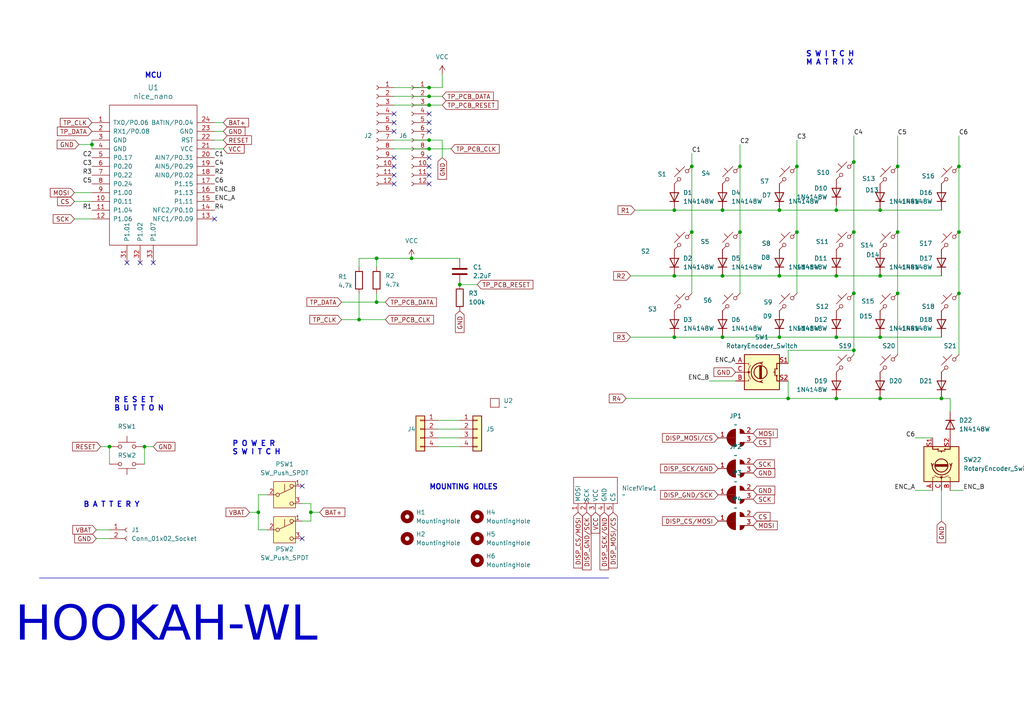
<source format=kicad_sch>
(kicad_sch (version 20231120) (generator "eeschema") (generator_version "8.0")
  (paper "A4")
  (title_block (title "Hookah Wireless Split") (date "2022-11-09") (rev "1"))
  (lib_symbols
    (symbol "Connector:Conn_01x02_Socket" (pin_names (offset 1.016) hide)
      (property "Reference" "J" (at 0 2.54 0))
      (property "Value" "Conn_01x02_Socket" (at 0 -5.08 0))
      (symbol "Conn_01x02_Socket_1_1"
        (pin passive line (at -5.08 0 0) (length 3.81) (name "Pin_1") (number "1"))
        (pin passive line (at -5.08 -2.54 0) (length 3.81) (name "Pin_2") (number "2"))
      )
    )
    (symbol "Connector:Conn_01x12_Socket" (pin_names (offset 1.016) hide)
      (property "Reference" "J" (at 0 15.24 0))
      (property "Value" "Conn_01x12_Socket" (at 0 -17.78 0))
      (symbol "Conn_01x12_Socket_1_1"
        (pin passive line (at -5.08 12.7 0) (length 3.81) (name "Pin_1") (number "1"))
        (pin passive line (at -5.08 -10.16 0) (length 3.81) (name "Pin_10") (number "10"))
        (pin passive line (at -5.08 -12.7 0) (length 3.81) (name "Pin_11") (number "11"))
        (pin passive line (at -5.08 -15.24 0) (length 3.81) (name "Pin_12") (number "12"))
        (pin passive line (at -5.08 10.16 0) (length 3.81) (name "Pin_2") (number "2"))
        (pin passive line (at -5.08 7.62 0) (length 3.81) (name "Pin_3") (number "3"))
        (pin passive line (at -5.08 5.08 0) (length 3.81) (name "Pin_4") (number "4"))
        (pin passive line (at -5.08 2.54 0) (length 3.81) (name "Pin_5") (number "5"))
        (pin passive line (at -5.08 0 0) (length 3.81) (name "Pin_6") (number "6"))
        (pin passive line (at -5.08 -2.54 0) (length 3.81) (name "Pin_7") (number "7"))
        (pin passive line (at -5.08 -5.08 0) (length 3.81) (name "Pin_8") (number "8"))
        (pin passive line (at -5.08 -7.62 0) (length 3.81) (name "Pin_9") (number "9"))
      )
    )
    (symbol "Connector_Generic:Conn_01x04" (pin_names (offset 1.016) hide)
      (property "Reference" "J" (at 0 5.08 0))
      (property "Value" "Conn_01x04" (at 0 -7.62 0))
      (symbol "Conn_01x04_1_1"
        (pin passive line (at -5.08 2.54 0) (length 3.81) (name "Pin_1") (number "1"))
        (pin passive line (at -5.08 0 0) (length 3.81) (name "Pin_2") (number "2"))
        (pin passive line (at -5.08 -2.54 0) (length 3.81) (name "Pin_3") (number "3"))
        (pin passive line (at -5.08 -5.08 0) (length 3.81) (name "Pin_4") (number "4"))
      )
    )
    (symbol "Device:C" (pin_numbers hide) (pin_names (offset 0.254))
      (property "Reference" "C" (at 0.635 2.54 0))
      (property "Value" "C" (at 0.635 -2.54 0))
      (symbol "C_1_1"
        (pin passive line (at 0 3.81 270) (length 2.794) (name "~") (number "1"))
        (pin passive line (at 0 -3.81 90) (length 2.794) (name "~") (number "2"))
      )
    )
    (symbol "Device:R" (pin_numbers hide) (pin_names (offset 0))
      (property "Reference" "R" (at 2.032 0 90))
      (property "Value" "R" (at 0 0 90))
      (symbol "R_1_1"
        (pin passive line (at 0 3.81 270) (length 1.27) (name "~") (number "1"))
        (pin passive line (at 0 -3.81 90) (length 1.27) (name "~") (number "2"))
      )
    )
    (symbol "Device:RotaryEncoder_Switch" (pin_names (offset 0.254) hide)
      (property "Reference" "SW" (at 0 6.604 0))
      (property "Value" "RotaryEncoder_Switch" (at 0 -6.604 0))
      (symbol "RotaryEncoder_Switch_1_1"
        (pin passive line (at -7.62 2.54 0) (length 2.54) (name "A") (number "A"))
        (pin passive line (at -7.62 -2.54 0) (length 2.54) (name "B") (number "B"))
        (pin passive line (at -7.62 0 0) (length 2.54) (name "C") (number "C"))
        (pin passive line (at 7.62 2.54 180) (length 2.54) (name "S1") (number "S1"))
        (pin passive line (at 7.62 -2.54 180) (length 2.54) (name "S2") (number "S2"))
      )
    )
    (symbol "Diode:1N4148W" (pin_numbers hide) (pin_names hide)
      (property "Reference" "D" (at 0 2.54 0))
      (property "Value" "1N4148W" (at 0 -2.54 0))
      (symbol "1N4148W_1_1"
        (pin passive line (at -3.81 0 0) (length 2.54) (name "K") (number "1"))
        (pin passive line (at 3.81 0 180) (length 2.54) (name "A") (number "2"))
      )
    )
    (symbol "Mechanical:MountingHole" (pin_names (offset 1.016)) (exclude_from_sim yes) (in_bom no)
      (property "Reference" "H" (at 0 5.08 0))
      (property "Value" "MountingHole" (at 0 3.175 0))
    )
    (symbol "Switch:SW_Push" (pin_numbers hide) (pin_names (offset 1.016) hide)
      (property "Reference" "SW" (at 1.27 2.54 0))
      (property "Value" "SW_Push" (at 0 -1.524 0))
      (symbol "SW_Push_0_1"
        (pin passive line (at -5.08 0 0) (length 2.54) (name "1") (number "1"))
        (pin passive line (at 5.08 0 180) (length 2.54) (name "2") (number "2"))
      )
    )
    (symbol "Switch:SW_Push_45deg" (pin_numbers hide) (pin_names (offset 1.016) hide)
      (property "Reference" "SW" (at 3.048 1.016 0))
      (property "Value" "SW_Push_45deg" (at 0 -3.81 0))
      (symbol "SW_Push_45deg_0_1"
        (pin passive line (at -2.54 2.54 0) (length 0) (name "1") (number "1"))
        (pin passive line (at 2.54 -2.54 180) (length 0) (name "2") (number "2"))
      )
    )
    (symbol "Switch:SW_Push_SPDT" (pin_names (offset 0) hide)
      (property "Reference" "SW" (at 0 5.08 0))
      (property "Value" "SW_Push_SPDT" (at 0 -5.08 0))
      (symbol "SW_Push_SPDT_1_1"
        (pin passive line (at 5.08 2.54 180) (length 2.54) (name "A") (number "1"))
        (pin passive line (at -5.08 0 0) (length 2.54) (name "B") (number "2"))
        (pin passive line (at 5.08 -2.54 180) (length 2.54) (name "C") (number "3"))
      )
    )
    (symbol "hookah-wl:Nice!View"
      (property "Reference" "Nice!View" (at 0 2.794 0))
      (symbol "Nice!View_1_1"
        (pin passive line (at -5.08 -6.35 90) (length 2.54) (name "MOSI") (number "1"))
        (pin passive clock (at -2.54 -6.35 90) (length 2.54) (name "SCK") (number "2"))
        (pin power_in line (at 0 -6.35 90) (length 2.54) (name "VCC") (number "3"))
        (pin passive line (at 2.54 -6.35 90) (length 2.54) (name "GND") (number "4"))
        (pin passive line (at 5.08 -6.35 90) (length 2.54) (name "CS") (number "5"))
      )
    )
    (symbol "hookah-wl:Reversible_Jumper"
      (property "Reference" "JP" (at 0 0 0))
      (symbol "Reversible_Jumper_1_1"
        (pin passive line (at -5.08 0 0) (length 2.54) (name "") (number "1"))
        (pin passive line (at 5.08 1.27 180) (length 2.54) (name "") (number "2"))
        (pin passive line (at 5.08 -1.27 180) (length 2.54) (name "") (number "3"))
      )
    )
    (symbol "hookah-wl:TP-Mount"
      (property "Reference" "U" (at 0 0 0))
    )
    (symbol "nice-nano:nice_nano" (pin_names (offset 1.016))
      (property "Reference" "U" (at 0 0 0))
      (property "Value" "nice_nano" (at 0 2.54 0))
      (symbol "nice_nano_1_1"
        (pin input line (at -17.78 13.97 0) (length 5.08) (name "TX0/P0.06") (number "1"))
        (pin input line (at -17.78 -8.89 0) (length 5.08) (name "P0.11") (number "10"))
        (pin input line (at -17.78 -11.43 0) (length 5.08) (name "P1.04") (number "11"))
        (pin input line (at -17.78 -13.97 0) (length 5.08) (name "P1.06") (number "12"))
        (pin input line (at 17.78 -13.97 180) (length 5.08) (name "NFC1/P0.09") (number "13"))
        (pin input line (at 17.78 -11.43 180) (length 5.08) (name "NFC2/P0.10") (number "14"))
        (pin input line (at 17.78 -8.89 180) (length 5.08) (name "P1.11") (number "15"))
        (pin input line (at 17.78 -6.35 180) (length 5.08) (name "P1.13") (number "16"))
        (pin input line (at 17.78 -3.81 180) (length 5.08) (name "P1.15") (number "17"))
        (pin input line (at 17.78 -1.27 180) (length 5.08) (name "AIN0/P0.02") (number "18"))
        (pin input line (at 17.78 1.27 180) (length 5.08) (name "AIN5/P0.29") (number "19"))
        (pin input line (at -17.78 11.43 0) (length 5.08) (name "RX1/P0.08") (number "2"))
        (pin input line (at 17.78 3.81 180) (length 5.08) (name "AIN7/P0.31") (number "20"))
        (pin input line (at 17.78 6.35 180) (length 5.08) (name "VCC") (number "21"))
        (pin input line (at 17.78 8.89 180) (length 5.08) (name "RST") (number "22"))
        (pin input line (at 17.78 11.43 180) (length 5.08) (name "GND") (number "23"))
        (pin input line (at 17.78 13.97 180) (length 5.08) (name "BATIN/P0.04") (number "24"))
        (pin input line (at -17.78 8.89 0) (length 5.08) (name "GND") (number "3"))
        (pin input line (at -7.62 -26.67 90) (length 5.08) (name "P1.01") (number "31"))
        (pin input line (at -3.81 -26.67 90) (length 5.08) (name "P1.02") (number "32"))
        (pin input line (at 0 -26.67 90) (length 5.08) (name "P1.07") (number "33"))
        (pin input line (at -17.78 6.35 0) (length 5.08) (name "GND") (number "4"))
        (pin input line (at -17.78 3.81 0) (length 5.08) (name "P0.17") (number "5"))
        (pin input line (at -17.78 1.27 0) (length 5.08) (name "P0.20") (number "6"))
        (pin input line (at -17.78 -1.27 0) (length 5.08) (name "P0.22") (number "7"))
        (pin input line (at -17.78 -3.81 0) (length 5.08) (name "P0.24") (number "8"))
        (pin input line (at -17.78 -6.35 0) (length 5.08) (name "P1.00") (number "9"))
      )
    )
    (symbol "power:VCC" (power) (pin_names (offset 0))
      (property "Value" "VCC" (at 0 3.81 0))
      (symbol "VCC_1_1"
        (pin power_in line (at 0 0 90) (length 0) hide (name "VCC") (number "1"))
      )
    )
  )
  (junction (at 133.35 82.55))
  (junction (at 273.05 115.57))
  (junction (at 255.27 115.57))
  (junction (at 124.46 30.48))
  (junction (at 278.13 48.26))
  (junction (at 242.57 60.96))
  (junction (at 195.58 97.79))
  (junction (at 195.58 80.01))
  (junction (at 226.06 97.79))
  (junction (at 260.35 67.31))
  (junction (at 226.06 60.96))
  (junction (at 255.27 80.01))
  (junction (at 31.75 129.54))
  (junction (at 242.57 97.79))
  (junction (at 74.93 148.59))
  (junction (at 209.55 60.96))
  (junction (at 109.22 74.93))
  (junction (at 26.67 41.91))
  (junction (at 109.22 87.63))
  (junction (at 242.57 80.01))
  (junction (at 124.46 25.4))
  (junction (at 195.58 60.96))
  (junction (at 247.65 101.6))
  (junction (at 90.17 148.59))
  (junction (at 242.57 115.57))
  (junction (at 124.46 27.94))
  (junction (at 119.38 74.93))
  (junction (at 214.63 48.26))
  (junction (at 278.13 85.09))
  (junction (at 260.35 85.09))
  (junction (at 247.65 46.99))
  (junction (at 247.65 67.31))
  (junction (at 228.6 115.57))
  (junction (at 226.06 80.01))
  (junction (at 247.65 85.09))
  (junction (at 200.66 67.31))
  (junction (at 124.46 43.18))
  (junction (at 231.14 67.31))
  (junction (at 200.66 48.26))
  (junction (at 255.27 97.79))
  (junction (at 278.13 67.31))
  (junction (at 231.14 48.26))
  (junction (at 104.14 92.71))
  (junction (at 209.55 80.01))
  (junction (at 41.91 129.54))
  (junction (at 214.63 67.31))
  (junction (at 124.46 40.64))
  (junction (at 260.35 48.26))
  (junction (at 255.27 60.96))
  (junction (at 209.55 97.79))
  (no_connect (at 124.46 48.26))
  (no_connect (at 36.83 76.2))
  (no_connect (at 87.63 156.21))
  (no_connect (at 114.3 35.56))
  (no_connect (at 114.3 33.02))
  (no_connect (at 62.23 63.5))
  (no_connect (at 114.3 38.1))
  (no_connect (at 114.3 53.34))
  (no_connect (at 124.46 33.02))
  (no_connect (at 124.46 45.72))
  (no_connect (at 87.63 140.97))
  (no_connect (at 44.45 76.2))
  (no_connect (at 114.3 45.72))
  (no_connect (at 124.46 38.1))
  (no_connect (at 40.64 76.2))
  (no_connect (at 114.3 50.8))
  (no_connect (at 124.46 53.34))
  (no_connect (at 124.46 50.8))
  (no_connect (at 114.3 48.26))
  (no_connect (at 124.46 35.56))
  (wire (pts (xy 114.3 25.4) (xy 124.46 25.4)))
  (wire (pts (xy 62.23 38.1) (xy 64.77 38.1)))
  (wire (pts (xy 228.6 101.6) (xy 247.65 101.6)))
  (wire (pts (xy 278.13 67.31) (xy 278.13 85.09)))
  (wire (pts (xy 90.17 148.59) (xy 90.17 151.13)))
  (wire (pts (xy 90.17 146.05) (xy 90.17 148.59)))
  (wire (pts (xy 278.13 39.37) (xy 278.13 48.26)))
  (wire (pts (xy 226.06 60.96) (xy 242.57 60.96)))
  (wire (pts (xy 255.27 80.01) (xy 273.05 80.01)))
  (wire (pts (xy 255.27 115.57) (xy 273.05 115.57)))
  (wire (pts (xy 109.22 87.63) (xy 111.76 87.63)))
  (wire (pts (xy 200.66 44.45) (xy 200.66 48.26)))
  (wire (pts (xy 200.66 67.31) (xy 200.66 85.09)))
  (wire (pts (xy 228.6 105.41) (xy 228.6 101.6)))
  (wire (pts (xy 29.21 129.54) (xy 31.75 129.54)))
  (wire (pts (xy 128.27 21.59) (xy 128.27 25.4)))
  (wire (pts (xy 27.94 153.67) (xy 31.75 153.67)))
  (wire (pts (xy 182.88 80.01) (xy 195.58 80.01)))
  (wire (pts (xy 247.65 39.37) (xy 247.65 46.99)))
  (wire (pts (xy 247.65 101.6) (xy 247.65 102.87)))
  (wire (pts (xy 27.94 156.21) (xy 31.75 156.21)))
  (wire (pts (xy 127 129.54) (xy 133.35 129.54)))
  (wire (pts (xy 265.43 142.24) (xy 270.51 142.24)))
  (wire (pts (xy 275.59 142.24) (xy 279.4 142.24)))
  (wire (pts (xy 21.59 55.88) (xy 26.67 55.88)))
  (wire (pts (xy 231.14 67.31) (xy 231.14 85.09)))
  (wire (pts (xy 128.27 40.64) (xy 124.46 40.64)))
  (wire (pts (xy 109.22 85.09) (xy 109.22 87.63)))
  (wire (pts (xy 195.58 97.79) (xy 209.55 97.79)))
  (wire (pts (xy 62.23 40.64) (xy 64.77 40.64)))
  (wire (pts (xy 242.57 80.01) (xy 255.27 80.01)))
  (wire (pts (xy 205.74 110.49) (xy 213.36 110.49)))
  (wire (pts (xy 209.55 97.79) (xy 226.06 97.79)))
  (wire (pts (xy 273.05 142.24) (xy 273.05 151.13)))
  (wire (pts (xy 228.6 115.57) (xy 242.57 115.57)))
  (wire (pts (xy 104.14 85.09) (xy 104.14 92.71)))
  (wire (pts (xy 242.57 97.79) (xy 255.27 97.79)))
  (wire (pts (xy 62.23 43.18) (xy 64.77 43.18)))
  (wire (pts (xy 278.13 85.09) (xy 278.13 102.87)))
  (wire (pts (xy 114.3 27.94) (xy 124.46 27.94)))
  (wire (pts (xy 124.46 43.18) (xy 130.81 43.18)))
  (wire (pts (xy 184.15 60.96) (xy 195.58 60.96)))
  (wire (pts (xy 182.88 97.79) (xy 195.58 97.79)))
  (wire (pts (xy 247.65 85.09) (xy 247.65 101.6)))
  (wire (pts (xy 247.65 67.31) (xy 247.65 85.09)))
  (wire (pts (xy 87.63 146.05) (xy 90.17 146.05)))
  (wire (pts (xy 278.13 48.26) (xy 278.13 67.31)))
  (wire (pts (xy 242.57 60.96) (xy 255.27 60.96)))
  (wire (pts (xy 41.91 129.54) (xy 44.45 129.54)))
  (wire (pts (xy 99.06 92.71) (xy 104.14 92.71)))
  (wire (pts (xy 242.57 59.69) (xy 242.57 60.96)))
  (wire (pts (xy 26.67 41.91) (xy 26.67 43.18)))
  (wire (pts (xy 74.93 148.59) (xy 74.93 143.51)))
  (wire (pts (xy 21.59 58.42) (xy 26.67 58.42)))
  (wire (pts (xy 90.17 148.59) (xy 92.71 148.59)))
  (wire (pts (xy 209.55 80.01) (xy 226.06 80.01)))
  (wire (pts (xy 74.93 143.51) (xy 77.47 143.51)))
  (wire (pts (xy 124.46 30.48) (xy 128.27 30.48)))
  (wire (pts (xy 195.58 60.96) (xy 209.55 60.96)))
  (wire (pts (xy 275.59 115.57) (xy 273.05 115.57)))
  (wire (pts (xy 214.63 41.91) (xy 214.63 48.26)))
  (wire (pts (xy 226.06 80.01) (xy 242.57 80.01)))
  (wire (pts (xy 87.63 151.13) (xy 90.17 151.13)))
  (wire (pts (xy 127 127) (xy 133.35 127)))
  (wire (pts (xy 260.35 48.26) (xy 260.35 67.31)))
  (wire (pts (xy 74.93 153.67) (xy 74.93 148.59)))
  (wire (pts (xy 114.3 40.64) (xy 124.46 40.64)))
  (wire (pts (xy 21.59 63.5) (xy 26.67 63.5)))
  (wire (pts (xy 104.14 77.47) (xy 104.14 74.93)))
  (wire (pts (xy 181.61 115.57) (xy 228.6 115.57)))
  (wire (pts (xy 209.55 60.96) (xy 226.06 60.96)))
  (wire (pts (xy 128.27 45.72) (xy 128.27 40.64)))
  (wire (pts (xy 109.22 77.47) (xy 109.22 74.93)))
  (wire (pts (xy 228.6 110.49) (xy 228.6 115.57)))
  (wire (pts (xy 214.63 67.31) (xy 214.63 85.09)))
  (wire (pts (xy 133.35 82.55) (xy 138.43 82.55)))
  (wire (pts (xy 77.47 153.67) (xy 74.93 153.67)))
  (polyline (pts (xy 11.43 167.64) (xy 176.53 167.64)) (stroke (width 0) (type solid)))
  (wire (pts (xy 255.27 60.96) (xy 273.05 60.96)))
  (wire (pts (xy 72.39 148.59) (xy 74.93 148.59)))
  (wire (pts (xy 247.65 46.99) (xy 247.65 67.31)))
  (wire (pts (xy 104.14 74.93) (xy 109.22 74.93)))
  (wire (pts (xy 242.57 115.57) (xy 255.27 115.57)))
  (wire (pts (xy 275.59 119.38) (xy 275.59 115.57)))
  (wire (pts (xy 119.38 74.93) (xy 109.22 74.93)))
  (wire (pts (xy 99.06 87.63) (xy 109.22 87.63)))
  (wire (pts (xy 62.23 35.56) (xy 64.77 35.56)))
  (wire (pts (xy 41.91 129.54) (xy 41.91 134.62)))
  (wire (pts (xy 214.63 48.26) (xy 214.63 67.31)))
  (wire (pts (xy 22.86 41.91) (xy 26.67 41.91)))
  (wire (pts (xy 200.66 48.26) (xy 200.66 67.31)))
  (wire (pts (xy 260.35 67.31) (xy 260.35 85.09)))
  (wire (pts (xy 114.3 43.18) (xy 124.46 43.18)))
  (wire (pts (xy 124.46 25.4) (xy 128.27 25.4)))
  (wire (pts (xy 231.14 40.64) (xy 231.14 48.26)))
  (wire (pts (xy 26.67 41.91) (xy 26.67 40.64)))
  (wire (pts (xy 127 121.92) (xy 133.35 121.92)))
  (wire (pts (xy 255.27 97.79) (xy 273.05 97.79)))
  (wire (pts (xy 124.46 27.94) (xy 128.27 27.94)))
  (wire (pts (xy 231.14 48.26) (xy 231.14 67.31)))
  (wire (pts (xy 265.43 127) (xy 270.51 127)))
  (wire (pts (xy 104.14 92.71) (xy 111.76 92.71)))
  (wire (pts (xy 114.3 30.48) (xy 124.46 30.48)))
  (wire (pts (xy 260.35 39.37) (xy 260.35 48.26)))
  (wire (pts (xy 226.06 97.79) (xy 242.57 97.79)))
  (wire (pts (xy 127 124.46) (xy 133.35 124.46)))
  (wire (pts (xy 31.75 129.54) (xy 31.75 134.62)))
  (wire (pts (xy 119.38 74.93) (xy 133.35 74.93)))
  (wire (pts (xy 260.35 85.09) (xy 260.35 102.87)))
  (wire (pts (xy 195.58 80.01) (xy 209.55 80.01)))
  (text "MOUNTING HOLES" (at 124.46 142.24 0) (effects (font (size 1.5 1.5) (thickness 0.3) (bold yes)) (justify left bottom)))
  (text "R E S E T \nB U T T O N" (at 33.02 119.38 0) (effects (font (size 1.5 1.5) (thickness 0.3) (bold yes)) (justify left bottom)))
  (text "S W I T C H\nM A T R I X" (at 233.68 19.05 0) (effects (font (size 1.5 1.5) (thickness 0.3) (bold yes)) (justify left bottom)))
  (text "P O W E R\nS W I T C H" (at 67.31 132.08 0) (effects (font (size 1.5 1.5) (thickness 0.3) (bold yes)) (justify left bottom)))
  (text "B A T T E R Y" (at 24.13 147.32 0) (effects (font (size 1.5 1.5) (thickness 0.3) (bold yes)) (justify left bottom)))
  (text "MCU" (at 41.91 22.86 0) (effects (font (size 1.5 1.5) (thickness 0.3) (bold yes)) (justify left bottom)))
  (text "HOOKAH-WL" (at 48.26 184.15 0) (effects (font (size 10 10))))
  (label "ENC_A" (at 213.36 105.41 180))
  (label "C6" (at 265.43 127 180))
  (label "C6" (at 62.23 53.34 0))
  (label "C1" (at 62.23 45.72 0))
  (label "R2" (at 62.23 50.8 0))
  (label "C5" (at 260.35 39.37 0))
  (label "ENC_B" (at 62.23 55.88 0))
  (label "C2" (at 26.67 45.72 180))
  (label "R3" (at 26.67 50.8 180))
  (label "R4" (at 62.23 60.96 0))
  (label "ENC_A" (at 62.23 58.42 0))
  (label "C3" (at 231.14 40.64 0))
  (label "C4" (at 247.65 39.37 0))
  (label "R1" (at 26.67 60.96 180))
  (label "C2" (at 214.63 41.91 0))
  (label "C3" (at 26.67 48.26 180))
  (label "C4" (at 62.23 48.26 0))
  (label "ENC_B" (at 279.4 142.24 0))
  (label "C1" (at 200.66 44.45 0))
  (label "ENC_B" (at 205.74 110.49 180))
  (label "C6" (at 278.13 39.37 0))
  (label "C5" (at 26.67 53.34 180))
  (label "ENC_A" (at 265.43 142.24 180))
  (global_label "GND" (shape input) (at 44.45 129.54 0) (property "Intersheetrefs" "${INTERSHEET_REFS}" (effects (hide yes))))
  (global_label "GND" (shape input) (at 27.94 156.21 180) (property "Intersheetrefs" "${INTERSHEET_REFS}" (effects (hide yes))))
  (global_label "TP_PCB_CLK" (shape input) (at 130.81 43.18 0) (property "Intersheetrefs" "${INTERSHEET_REFS}" (effects (hide yes))))
  (global_label "VCC" (shape input) (at 64.77 43.18 0) (property "Intersheetrefs" "${INTERSHEET_REFS}" (effects (hide yes))))
  (global_label "VBAT" (shape input) (at 27.94 153.67 180) (property "Intersheetrefs" "${INTERSHEET_REFS}" (effects (hide yes))))
  (global_label "TP_PCB_DATA" (shape input) (at 111.76 87.63 0) (property "Intersheetrefs" "${INTERSHEET_REFS}" (effects (hide yes))))
  (global_label "DISP_CS{slash}MOSI" (shape input) (at 167.64 148.59 270) (property "Intersheetrefs" "${INTERSHEET_REFS}" (effects (hide yes))))
  (global_label "MOSI" (shape input) (at 21.59 55.88 180) (property "Intersheetrefs" "${INTERSHEET_REFS}" (effects (hide yes))))
  (global_label "GND" (shape input) (at 218.44 137.16 0) (property "Intersheetrefs" "${INTERSHEET_REFS}" (effects (hide yes))))
  (global_label "DISP_MOSI{slash}CS" (shape input) (at 177.8 148.59 270) (property "Intersheetrefs" "${INTERSHEET_REFS}" (effects (hide yes))))
  (global_label "GND" (shape input) (at 273.05 151.13 270) (property "Intersheetrefs" "${INTERSHEET_REFS}" (effects (hide yes))))
  (global_label "GND" (shape input) (at 64.77 38.1 0) (property "Intersheetrefs" "${INTERSHEET_REFS}" (effects (hide yes))))
  (global_label "VCC" (shape input) (at 172.72 148.59 270) (property "Intersheetrefs" "${INTERSHEET_REFS}" (effects (hide yes))))
  (global_label "TP_PCB_RESET" (shape input) (at 138.43 82.55 0) (property "Intersheetrefs" "${INTERSHEET_REFS}" (effects (hide yes))))
  (global_label "GND" (shape input) (at 128.27 45.72 270) (property "Intersheetrefs" "${INTERSHEET_REFS}" (effects (hide yes))))
  (global_label "SCK" (shape input) (at 218.44 134.62 0) (property "Intersheetrefs" "${INTERSHEET_REFS}" (effects (hide yes))))
  (global_label "TP_DATA" (shape input) (at 26.67 38.1 180) (property "Intersheetrefs" "${INTERSHEET_REFS}" (effects (hide yes))))
  (global_label "DISP_SCK{slash}GND" (shape input) (at 175.26 148.59 270) (property "Intersheetrefs" "${INTERSHEET_REFS}" (effects (hide yes))))
  (global_label "RESET" (shape input) (at 64.77 40.64 0) (property "Intersheetrefs" "${INTERSHEET_REFS}" (effects (hide yes))))
  (global_label "RESET" (shape input) (at 29.21 129.54 180) (property "Intersheetrefs" "${INTERSHEET_REFS}" (effects (hide yes))))
  (global_label "GND" (shape input) (at 218.44 142.24 0) (property "Intersheetrefs" "${INTERSHEET_REFS}" (effects (hide yes))))
  (global_label "MOSI" (shape input) (at 218.44 152.4 0) (property "Intersheetrefs" "${INTERSHEET_REFS}" (effects (hide yes))))
  (global_label "TP_DATA" (shape input) (at 99.06 87.63 180) (property "Intersheetrefs" "${INTERSHEET_REFS}" (effects (hide yes))))
  (global_label "DISP_MOSI{slash}CS" (shape input) (at 208.28 127 180) (property "Intersheetrefs" "${INTERSHEET_REFS}" (effects (hide yes))))
  (global_label "R1" (shape input) (at 184.15 60.96 180) (property "Intersheetrefs" "${INTERSHEET_REFS}" (effects (hide yes))))
  (global_label "BAT+" (shape input) (at 64.77 35.56 0) (property "Intersheetrefs" "${INTERSHEET_REFS}" (effects (hide yes))))
  (global_label "SCK" (shape input) (at 218.44 144.78 0) (property "Intersheetrefs" "${INTERSHEET_REFS}" (effects (hide yes))))
  (global_label "VBAT" (shape input) (at 72.39 148.59 180) (property "Intersheetrefs" "${INTERSHEET_REFS}" (effects (hide yes))))
  (global_label "BAT+" (shape input) (at 92.71 148.59 0) (property "Intersheetrefs" "${INTERSHEET_REFS}" (effects (hide yes))))
  (global_label "R4" (shape input) (at 181.61 115.57 180) (property "Intersheetrefs" "${INTERSHEET_REFS}" (effects (hide yes))))
  (global_label "DISP_SCK{slash}GND" (shape input) (at 208.28 135.89 180) (property "Intersheetrefs" "${INTERSHEET_REFS}" (effects (hide yes))))
  (global_label "SCK" (shape input) (at 21.59 63.5 180) (property "Intersheetrefs" "${INTERSHEET_REFS}" (effects (hide yes))))
  (global_label "DISP_GND{slash}SCK" (shape input) (at 208.28 143.51 180) (property "Intersheetrefs" "${INTERSHEET_REFS}" (effects (hide yes))))
  (global_label "CS" (shape input) (at 21.59 58.42 180) (property "Intersheetrefs" "${INTERSHEET_REFS}" (effects (hide yes))))
  (global_label "TP_CLK" (shape input) (at 99.06 92.71 180) (property "Intersheetrefs" "${INTERSHEET_REFS}" (effects (hide yes))))
  (global_label "MOSI" (shape input) (at 218.44 125.73 0) (property "Intersheetrefs" "${INTERSHEET_REFS}" (effects (hide yes))))
  (global_label "CS" (shape input) (at 218.44 149.86 0) (property "Intersheetrefs" "${INTERSHEET_REFS}" (effects (hide yes))))
  (global_label "R2" (shape input) (at 182.88 80.01 180) (property "Intersheetrefs" "${INTERSHEET_REFS}" (effects (hide yes))))
  (global_label "GND" (shape input) (at 22.86 41.91 180) (property "Intersheetrefs" "${INTERSHEET_REFS}" (effects (hide yes))))
  (global_label "TP_PCB_RESET" (shape input) (at 128.27 30.48 0) (property "Intersheetrefs" "${INTERSHEET_REFS}" (effects (hide yes))))
  (global_label "TP_CLK" (shape input) (at 26.67 35.56 180) (property "Intersheetrefs" "${INTERSHEET_REFS}" (effects (hide yes))))
  (global_label "TP_PCB_DATA" (shape input) (at 128.27 27.94 0) (property "Intersheetrefs" "${INTERSHEET_REFS}" (effects (hide yes))))
  (global_label "CS" (shape input) (at 218.44 128.27 0) (property "Intersheetrefs" "${INTERSHEET_REFS}" (effects (hide yes))))
  (global_label "GND" (shape input) (at 213.36 107.95 180) (property "Intersheetrefs" "${INTERSHEET_REFS}" (effects (hide yes))))
  (global_label "DISP_CS{slash}MOSI" (shape input) (at 208.28 151.13 180) (property "Intersheetrefs" "${INTERSHEET_REFS}" (effects (hide yes))))
  (global_label "R3" (shape input) (at 182.88 97.79 180) (property "Intersheetrefs" "${INTERSHEET_REFS}" (effects (hide yes))))
  (global_label "GND" (shape input) (at 133.35 90.17 270) (property "Intersheetrefs" "${INTERSHEET_REFS}" (effects (hide yes))))
  (global_label "DISP_GND{slash}SCK" (shape input) (at 170.18 148.59 270) (property "Intersheetrefs" "${INTERSHEET_REFS}" (effects (hide yes))))
  (global_label "TP_PCB_CLK" (shape input) (at 111.76 92.71 0) (property "Intersheetrefs" "${INTERSHEET_REFS}" (effects (hide yes))))
  (symbol (lib_id "Switch:SW_Push_45deg") (at 275.59 50.8 0) (mirror y) (unit 1)
    (property "Reference" "S16" (at 269.24 51.054 0))
    (property "Value" "SW_Push_45deg" (effects (hide yes)))
    (property "Footprint" "keyswitches:wubbo-choc-socket-reversible" (effects (hide yes)))
    (property "Description" "Push button switch, normally open, two pins, 45° tilted" (effects (hide yes)))
  )
  (symbol (lib_id "Switch:SW_Push") (at 36.83 134.62 180) (unit 1)
    (property "Reference" "RSW2" (at 36.83 132.08 0))
    (property "Value" "SW_Push" (effects (hide yes)))
    (property "Footprint" "Button_Switch_SMD:SW_SPST_B3U-1000P" (effects (hide yes)))
    (property "Description" "Push button switch, generic, two pins" (effects (hide yes)))
  )
  (symbol (lib_id "Diode:1N4148W") (at 242.57 55.88 270) (mirror x) (unit 1)
    (property "Reference" "D10" (at 240.03 54.6099 90) (effects (justify right)))
    (property "Value" "1N4148W" (at 240.03 57.1499 90) (effects (justify right)))
    (property "Footprint" "hookah-wl:D_SOD-123_Reversible_THT" (effects (hide yes)))
    (property "Datasheet" "https://www.vishay.com/docs/85748/1n4148w.pdf" (effects (hide yes)))
    (property "Description" "75V 0.15A Fast Switching Diode, SOD-123" (effects (hide yes)))
    (property "Sim.Device" "D" (effects (hide yes)))
    (property "Sim.Pins" "1=K 2=A" (effects (hide yes)))
  )
  (symbol (lib_id "Switch:SW_Push_45deg") (at 245.11 49.53 0) (mirror y) (unit 1)
    (property "Reference" "S10" (at 238.76 50.038 0))
    (property "Value" "SW_Push_45deg" (effects (hide yes)))
    (property "Footprint" "keyswitches:wubbo-choc-socket-reversible" (effects (hide yes)))
    (property "Description" "Push button switch, normally open, two pins, 45° tilted" (effects (hide yes)))
  )
  (symbol (lib_id "Diode:1N4148W") (at 255.27 57.15 90) (unit 1)
    (property "Reference" "D13" (at 250.952 55.118 90) (effects (justify right)))
    (property "Value" "1N4148W" (at 257.81 58.4199 90) (effects (justify right)))
    (property "Footprint" "hookah-wl:D_SOD-123_Reversible_THT" (effects (hide yes)))
    (property "Datasheet" "https://www.vishay.com/docs/85748/1n4148w.pdf" (effects (hide yes)))
    (property "Description" "75V 0.15A Fast Switching Diode, SOD-123" (effects (hide yes)))
    (property "Sim.Device" "D" (effects (hide yes)))
    (property "Sim.Pins" "1=K 2=A" (effects (hide yes)))
  )
  (symbol (lib_id "hookah-wl:TP-Mount") (at 143.51 116.84 0) (unit 1)
    (property "Reference" "U2" (at 146.05 116.2049 0) (effects (justify left)))
    (property "Value" "~" (at 146.05 118.11 0) (effects (justify left)))
    (property "Footprint" "hookah-wl:trackpoint_mount_t430" (effects (hide yes)))
  )
  (symbol (lib_id "Diode:1N4148W") (at 195.58 76.2 270) (mirror x) (unit 1)
    (property "Reference" "D2" (at 198.12 74.9299 90) (effects (justify left)))
    (property "Value" "1N4148W" (at 198.12 77.4699 90) (effects (justify left)))
    (property "Footprint" "hookah-wl:D_SOD-123_Reversible_THT" (effects (hide yes)))
    (property "Datasheet" "https://www.vishay.com/docs/85748/1n4148w.pdf" (effects (hide yes)))
    (property "Description" "75V 0.15A Fast Switching Diode, SOD-123" (effects (hide yes)))
    (property "Sim.Device" "D" (effects (hide yes)))
    (property "Sim.Pins" "1=K 2=A" (effects (hide yes)))
  )
  (symbol (lib_id "hookah-wl:Reversible_Jumper") (at 213.36 151.13 0) (unit 1)
    (property "Reference" "JP4" (at 213.36 144.78 0))
    (property "Value" "~" (at 213.36 147.32 0))
    (property "Footprint" "hookah-wl:Reversible-Jumper" (effects (hide yes)))
  )
  (symbol (lib_id "Device:R") (at 109.22 81.28 180) (unit 1)
    (property "Reference" "R2" (at 111.76 80.0099 0) (effects (justify right)))
    (property "Value" "4.7k" (at 111.76 82.5499 0) (effects (justify right)))
    (property "Footprint" "Resistor_SMD:R_0402_1005Metric_Pad0.72x0.64mm_HandSolder" (effects (hide yes)))
  )
  (symbol (lib_id "Diode:1N4148W") (at 209.55 57.15 90) (unit 1)
    (property "Reference" "D4" (at 212.09 55.8799 90) (effects (justify right)))
    (property "Value" "1N4148W" (at 212.09 58.4199 90) (effects (justify right)))
    (property "Footprint" "hookah-wl:D_SOD-123_Reversible_THT" (effects (hide yes)))
    (property "Datasheet" "https://www.vishay.com/docs/85748/1n4148w.pdf" (effects (hide yes)))
    (property "Description" "75V 0.15A Fast Switching Diode, SOD-123" (effects (hide yes)))
    (property "Sim.Device" "D" (effects (hide yes)))
    (property "Sim.Pins" "1=K 2=A" (effects (hide yes)))
  )
  (symbol (lib_id "Diode:1N4148W") (at 255.27 93.98 90) (unit 1)
    (property "Reference" "D15" (at 249.174 91.694 90) (effects (justify right)))
    (property "Value" "1N4148W" (at 257.81 95.2499 90) (effects (justify right)))
    (property "Footprint" "hookah-wl:D_SOD-123_Reversible_THT" (effects (hide yes)))
    (property "Datasheet" "https://www.vishay.com/docs/85748/1n4148w.pdf" (effects (hide yes)))
    (property "Description" "75V 0.15A Fast Switching Diode, SOD-123" (effects (hide yes)))
    (property "Sim.Device" "D" (effects (hide yes)))
    (property "Sim.Pins" "1=K 2=A" (effects (hide yes)))
  )
  (symbol (lib_id "Switch:SW_Push") (at 36.83 129.54 0) (unit 1)
    (property "Reference" "RSW1" (at 36.83 123.698 0))
    (property "Value" "SW_Push" (effects (hide yes)))
    (property "Footprint" "Button_Switch_SMD:SW_SPST_B3U-1000P" (effects (hide yes)))
    (property "Description" "Push button switch, generic, two pins" (effects (hide yes)))
  )
  (symbol (lib_id "nice-nano:nice_nano") (at 44.45 49.53 0) (unit 1)
    (property "Reference" "U1" (at 44.45 25.4 0) (effects (font (size 1.524 1.524))))
    (property "Value" "nice_nano" (at 44.45 27.94 0) (effects (font (size 1.524 1.524))))
    (property "Footprint" "keyboard-reversible:ProMicro_unrouted_MAC8" (effects (hide yes)))
  )
  (symbol (lib_id "Switch:SW_Push_45deg") (at 198.12 87.63 0) (mirror y) (unit 1)
    (property "Reference" "S3" (at 189.23 89.662 0))
    (property "Value" "SW_Push_45deg" (effects (hide yes)))
    (property "Footprint" "keyswitches:wubbo-choc-socket-reversible" (effects (hide yes)))
    (property "Description" "Push button switch, normally open, two pins, 45° tilted" (effects (hide yes)))
  )
  (symbol (lib_id "Diode:1N4148W") (at 255.27 111.76 90) (unit 1)
    (property "Reference" "D20" (at 257.81 110.4899 90) (effects (justify right)))
    (property "Value" "1N4148W" (effects (hide yes)))
    (property "Footprint" "hookah-wl:D_SOD-123_Reversible_THT" (effects (hide yes)))
    (property "Datasheet" "https://www.vishay.com/docs/85748/1n4148w.pdf" (effects (hide yes)))
    (property "Description" "75V 0.15A Fast Switching Diode, SOD-123" (effects (hide yes)))
    (property "Sim.Device" "D" (effects (hide yes)))
    (property "Sim.Pins" "1=K 2=A" (effects (hide yes)))
  )
  (symbol (lib_id "Diode:1N4148W") (at 226.06 76.2 90) (unit 1)
    (property "Reference" "D8" (at 220.726 74.676 90) (effects (justify right)))
    (property "Value" "1N4148W" (at 228.6 77.4699 90) (effects (justify right)))
    (property "Footprint" "hookah-wl:D_SOD-123_Reversible_THT" (effects (hide yes)))
    (property "Datasheet" "https://www.vishay.com/docs/85748/1n4148w.pdf" (effects (hide yes)))
    (property "Description" "75V 0.15A Fast Switching Diode, SOD-123" (effects (hide yes)))
    (property "Sim.Device" "D" (effects (hide yes)))
    (property "Sim.Pins" "1=K 2=A" (effects (hide yes)))
  )
  (symbol (lib_id "Diode:1N4148W") (at 275.59 123.19 90) (mirror x) (unit 1)
    (property "Reference" "D22" (at 278.13 121.9199 90) (effects (justify right)))
    (property "Value" "1N4148W" (at 278.13 124.4599 90) (effects (justify right)))
    (property "Footprint" "hookah-wl:D_SOD-123_Reversible_THT" (effects (hide yes)))
    (property "Datasheet" "https://www.vishay.com/docs/85748/1n4148w.pdf" (effects (hide yes)))
    (property "Description" "75V 0.15A Fast Switching Diode, SOD-123" (effects (hide yes)))
    (property "Sim.Device" "D" (effects (hide yes)))
    (property "Sim.Pins" "1=K 2=A" (effects (hide yes)))
  )
  (symbol (lib_id "Switch:SW_Push_45deg") (at 257.81 105.41 0) (mirror y) (unit 1)
    (property "Reference" "S20" (at 257.81 100.33 0))
    (property "Value" "SW_Push_45deg" (effects (hide yes)))
    (property "Footprint" "keyswitches:wubbo-choc-socket-reversible" (effects (hide yes)))
    (property "Description" "Push button switch, normally open, two pins, 45° tilted" (effects (hide yes)))
  )
  (symbol (lib_id "Connector_Generic:Conn_01x04") (at 121.92 124.46 0) (mirror y) (unit 1)
    (property "Reference" "J4" (at 119.38 124.46 0))
    (property "Value" "Conn_01x04" (effects (hide yes)))
    (property "Footprint" "hookah-wl:TP_Conn_Sensor2PCB" (effects (hide yes)))
  )
  (symbol (lib_id "Switch:SW_Push_45deg") (at 275.59 87.63 0) (mirror y) (unit 1)
    (property "Reference" "S18" (at 269.24 88.9 0))
    (property "Value" "SW_Push_45deg" (effects (hide yes)))
    (property "Footprint" "keyswitches:wubbo-choc-socket-reversible" (effects (hide yes)))
    (property "Description" "Push button switch, normally open, two pins, 45° tilted" (effects (hide yes)))
  )
  (symbol (lib_id "Device:R") (at 133.35 86.36 180) (unit 1)
    (property "Reference" "R3" (at 135.89 85.0899 0) (effects (justify right)))
    (property "Value" "100k" (at 135.89 87.6299 0) (effects (justify right)))
    (property "Footprint" "Resistor_SMD:R_0402_1005Metric_Pad0.72x0.64mm_HandSolder" (effects (hide yes)))
  )
  (symbol (lib_id "hookah-wl:Reversible_Jumper") (at 213.36 143.51 0) (unit 1)
    (property "Reference" "JP3" (at 213.36 137.16 0))
    (property "Value" "~" (at 213.36 139.7 0))
    (property "Footprint" "hookah-wl:Reversible-Jumper" (effects (hide yes)))
  )
  (symbol (lib_id "Connector_Generic:Conn_01x04") (at 138.43 124.46 0) (unit 1)
    (property "Reference" "J5" (at 140.97 124.46 0) (effects (justify left)))
    (property "Value" "Conn_01x04" (effects (hide yes)))
    (property "Footprint" "hookah-wl:Trackpoint_Connector_Reversible" (effects (hide yes)))
  )
  (symbol (lib_id "Diode:1N4148W") (at 195.58 57.15 270) (mirror x) (unit 1)
    (property "Reference" "D1" (at 198.12 55.8799 90) (effects (justify left)))
    (property "Value" "1N4148W" (at 198.12 58.4199 90) (effects (justify left)))
    (property "Footprint" "hookah-wl:D_SOD-123_Reversible_THT" (effects (hide yes)))
    (property "Datasheet" "https://www.vishay.com/docs/85748/1n4148w.pdf" (effects (hide yes)))
    (property "Description" "75V 0.15A Fast Switching Diode, SOD-123" (effects (hide yes)))
    (property "Sim.Device" "D" (effects (hide yes)))
    (property "Sim.Pins" "1=K 2=A" (effects (hide yes)))
  )
  (symbol (lib_id "Switch:SW_Push_45deg") (at 228.6 87.63 0) (mirror y) (unit 1)
    (property "Reference" "S9" (at 222.758 87.63 0))
    (property "Value" "SW_Push_45deg" (effects (hide yes)))
    (property "Footprint" "keyswitches:wubbo-choc-socket-reversible" (effects (hide yes)))
    (property "Description" "Push button switch, normally open, two pins, 45° tilted" (effects (hide yes)))
  )
  (symbol (lib_id "Switch:SW_Push_45deg") (at 245.11 105.41 0) (mirror y) (unit 1)
    (property "Reference" "S19" (at 245.11 100.33 0))
    (property "Value" "SW_Push_45deg" (effects (hide yes)))
    (property "Footprint" "keyswitches:SW_PG1350_reversible" (effects (hide yes)))
    (property "Description" "Push button switch, normally open, two pins, 45° tilted" (effects (hide yes)))
  )
  (symbol (lib_id "Mechanical:MountingHole") (at 138.43 149.86 0) (unit 1) (exclude_from_sim yes) (in_bom no)
    (property "Reference" "H4" (at 140.97 148.5899 0) (effects (justify left)))
    (property "Value" "MountingHole" (at 140.97 151.1299 0) (effects (justify left)))
    (property "Footprint" "TOTEMlib:M2-sandwich-hole" (effects (hide yes)))
    (property "Description" "Mounting Hole without connection" (effects (hide yes)))
  )
  (symbol (lib_id "Device:RotaryEncoder_Switch") (at 273.05 134.62 90) (unit 1)
    (property "Reference" "SW22" (at 279.4 133.3499 90) (effects (justify right)))
    (property "Value" "RotaryEncoder_Switch" (at 279.4 135.8899 90) (effects (justify right)))
    (property "Footprint" "Keebio-Parts:RotaryEncoder_Alps_EC11E-Switch_Vertical_H20mm" (effects (hide yes)))
    (property "Description" "Rotary encoder, dual channel, incremental quadrate outputs, with switch" (effects (hide yes)))
  )
  (symbol (lib_id "Diode:1N4148W") (at 226.06 57.15 90) (unit 1)
    (property "Reference" "D7" (at 220.98 56.642 90) (effects (justify right)))
    (property "Value" "1N4148W" (at 228.6 58.4199 90) (effects (justify right)))
    (property "Footprint" "hookah-wl:D_SOD-123_Reversible_THT" (effects (hide yes)))
    (property "Datasheet" "https://www.vishay.com/docs/85748/1n4148w.pdf" (effects (hide yes)))
    (property "Description" "75V 0.15A Fast Switching Diode, SOD-123" (effects (hide yes)))
    (property "Sim.Device" "D" (effects (hide yes)))
    (property "Sim.Pins" "1=K 2=A" (effects (hide yes)))
  )
  (symbol (lib_id "Switch:SW_Push_45deg") (at 245.11 87.63 0) (mirror y) (unit 1)
    (property "Reference" "S12" (at 238.506 88.9 0))
    (property "Value" "SW_Push_45deg" (effects (hide yes)))
    (property "Footprint" "keyswitches:wubbo-choc-socket-reversible" (effects (hide yes)))
    (property "Description" "Push button switch, normally open, two pins, 45° tilted" (effects (hide yes)))
  )
  (symbol (lib_id "Switch:SW_Push_45deg") (at 212.09 87.63 0) (mirror y) (unit 1)
    (property "Reference" "S6" (at 205.232 87.122 0))
    (property "Value" "SW_Push_45deg" (effects (hide yes)))
    (property "Footprint" "keyswitches:wubbo-choc-socket-reversible" (effects (hide yes)))
    (property "Description" "Push button switch, normally open, two pins, 45° tilted" (effects (hide yes)))
  )
  (symbol (lib_id "Connector:Conn_01x12_Socket") (at 119.38 38.1 0) (mirror y) (unit 1)
    (property "Reference" "J6" (at 118.11 39.37 0) (effects (justify left)))
    (property "Value" "Conn_01x12_Socket" (effects (hide yes)))
    (property "Footprint" "hookah-wl:Trackpoint_PCB_Connector" (effects (hide yes)))
  )
  (symbol (lib_id "Switch:SW_Push_45deg") (at 198.12 50.8 0) (mirror y) (unit 1)
    (property "Reference" "S1" (at 192.024 50.546 0))
    (property "Value" "SW_Push_45deg" (effects (hide yes)))
    (property "Footprint" "keyswitches:wubbo-choc-socket-reversible" (effects (hide yes)))
    (property "Description" "Push button switch, normally open, two pins, 45° tilted" (effects (hide yes)))
  )
  (symbol (lib_id "Device:R") (at 104.14 81.28 180) (unit 1)
    (property "Reference" "R1" (at 98.044 80.264 0) (effects (justify right)))
    (property "Value" "4.7k" (at 98.044 82.804 0) (effects (justify right)))
    (property "Footprint" "Resistor_SMD:R_0402_1005Metric_Pad0.72x0.64mm_HandSolder" (effects (hide yes)))
  )
  (symbol (lib_id "hookah-wl:Nice!View") (at 172.72 142.24 0) (unit 1)
    (property "Reference" "Nice!View1" (at 180.34 141.6049 0) (effects (justify left)))
    (property "Value" "~" (at 180.34 143.51 0) (effects (justify left)))
    (property "Footprint" "hookah-wl:Nice!View" (effects (hide yes)))
    (property "Description" "Nice!View display" (effects (hide yes)))
  )
  (symbol (lib_id "Switch:SW_Push_45deg") (at 275.59 105.41 0) (mirror y) (unit 1)
    (property "Reference" "S21" (at 275.59 100.33 0))
    (property "Value" "SW_Push_45deg" (effects (hide yes)))
    (property "Footprint" "keyswitches:wubbo-choc-socket-reversible" (effects (hide yes)))
    (property "Description" "Push button switch, normally open, two pins, 45° tilted" (effects (hide yes)))
  )
  (symbol (lib_id "Switch:SW_Push_45deg") (at 228.6 50.8 0) (mirror y) (unit 1)
    (property "Reference" "S7" (at 221.742 52.578 0))
    (property "Value" "SW_Push_45deg" (effects (hide yes)))
    (property "Footprint" "keyswitches:wubbo-choc-socket-reversible" (effects (hide yes)))
    (property "Description" "Push button switch, normally open, two pins, 45° tilted" (effects (hide yes)))
  )
  (symbol (lib_id "Switch:SW_Push_SPDT") (at 82.55 143.51 0) (unit 1)
    (property "Reference" "PSW1" (at 82.55 134.62 0))
    (property "Value" "SW_Push_SPDT" (at 82.55 137.16 0))
    (property "Footprint" "kleeb-master-switches:switch-MSK-12C02-smd" (effects (hide yes)))
    (property "Description" "Momentary Switch, single pole double throw" (effects (hide yes)))
  )
  (symbol (lib_id "Diode:1N4148W") (at 242.57 93.98 270) (mirror x) (unit 1)
    (property "Reference" "D12" (at 240.03 92.7099 90) (effects (justify right)))
    (property "Value" "1N4148W" (at 240.03 95.2499 90) (effects (justify right)))
    (property "Footprint" "hookah-wl:D_SOD-123_Reversible_THT" (effects (hide yes)))
    (property "Datasheet" "https://www.vishay.com/docs/85748/1n4148w.pdf" (effects (hide yes)))
    (property "Description" "75V 0.15A Fast Switching Diode, SOD-123" (effects (hide yes)))
    (property "Sim.Device" "D" (effects (hide yes)))
    (property "Sim.Pins" "1=K 2=A" (effects (hide yes)))
  )
  (symbol (lib_id "Diode:1N4148W") (at 209.55 76.2 270) (mirror x) (unit 1)
    (property "Reference" "D5" (at 212.09 74.9299 90) (effects (justify left)))
    (property "Value" "1N4148W" (at 212.09 77.4699 90) (effects (justify left)))
    (property "Footprint" "hookah-wl:D_SOD-123_Reversible_THT" (effects (hide yes)))
    (property "Datasheet" "https://www.vishay.com/docs/85748/1n4148w.pdf" (effects (hide yes)))
    (property "Description" "75V 0.15A Fast Switching Diode, SOD-123" (effects (hide yes)))
    (property "Sim.Device" "D" (effects (hide yes)))
    (property "Sim.Pins" "1=K 2=A" (effects (hide yes)))
  )
  (symbol (lib_id "power:VCC") (at 119.38 74.93 0) (unit 1)
    (property "Reference" "#PWR03" (effects (hide yes)))
    (property "Value" "VCC" (at 119.38 69.85 0))
  )
  (symbol (lib_id "Diode:1N4148W") (at 209.55 93.98 270) (mirror x) (unit 1)
    (property "Reference" "D6" (at 212.09 92.7099 90) (effects (justify left)))
    (property "Value" "1N4148W" (at 212.09 95.2499 90) (effects (justify left)))
    (property "Footprint" "hookah-wl:D_SOD-123_Reversible_THT" (effects (hide yes)))
    (property "Datasheet" "https://www.vishay.com/docs/85748/1n4148w.pdf" (effects (hide yes)))
    (property "Description" "75V 0.15A Fast Switching Diode, SOD-123" (effects (hide yes)))
    (property "Sim.Device" "D" (effects (hide yes)))
    (property "Sim.Pins" "1=K 2=A" (effects (hide yes)))
  )
  (symbol (lib_id "power:VCC") (at 128.27 21.59 0) (unit 1)
    (property "Reference" "#PWR02" (effects (hide yes)))
    (property "Value" "VCC" (at 128.27 16.51 0))
  )
  (symbol (lib_id "hookah-wl:Reversible_Jumper") (at 213.36 127 0) (unit 1)
    (property "Reference" "JP1" (at 213.36 120.65 0))
    (property "Value" "~" (at 213.36 123.19 0))
    (property "Footprint" "hookah-wl:Reversible-Jumper" (effects (hide yes)))
  )
  (symbol (lib_id "Mechanical:MountingHole") (at 138.43 156.21 0) (unit 1) (exclude_from_sim yes) (in_bom no)
    (property "Reference" "H5" (at 140.97 154.9399 0) (effects (justify left)))
    (property "Value" "MountingHole" (at 140.97 157.4799 0) (effects (justify left)))
    (property "Footprint" "TOTEMlib:M2-sandwich-hole" (effects (hide yes)))
    (property "Description" "Mounting Hole without connection" (effects (hide yes)))
  )
  (symbol (lib_id "Mechanical:MountingHole") (at 118.11 149.86 0) (unit 1) (exclude_from_sim yes) (in_bom no)
    (property "Reference" "H1" (at 120.65 148.5899 0) (effects (justify left)))
    (property "Value" "MountingHole" (at 120.65 151.1299 0) (effects (justify left)))
    (property "Footprint" "TOTEMlib:M2-sandwich-hole" (effects (hide yes)))
    (property "Description" "Mounting Hole without connection" (effects (hide yes)))
  )
  (symbol (lib_id "Switch:SW_Push_45deg") (at 257.81 50.8 0) (mirror y) (unit 1)
    (property "Reference" "S13" (at 251.968 51.816 0))
    (property "Value" "SW_Push_45deg" (effects (hide yes)))
    (property "Footprint" "keyswitches:wubbo-choc-socket-reversible" (effects (hide yes)))
    (property "Description" "Push button switch, normally open, two pins, 45° tilted" (effects (hide yes)))
  )
  (symbol (lib_id "Diode:1N4148W") (at 226.06 93.98 90) (unit 1)
    (property "Reference" "D9" (at 221.234 91.694 90) (effects (justify right)))
    (property "Value" "1N4148W" (at 228.6 95.2499 90) (effects (justify right)))
    (property "Footprint" "hookah-wl:D_SOD-123_Reversible_THT" (effects (hide yes)))
    (property "Datasheet" "https://www.vishay.com/docs/85748/1n4148w.pdf" (effects (hide yes)))
    (property "Description" "75V 0.15A Fast Switching Diode, SOD-123" (effects (hide yes)))
    (property "Sim.Device" "D" (effects (hide yes)))
    (property "Sim.Pins" "1=K 2=A" (effects (hide yes)))
  )
  (symbol (lib_id "Diode:1N4148W") (at 195.58 93.98 270) (mirror x) (unit 1)
    (property "Reference" "D3" (at 198.12 92.7099 90) (effects (justify left)))
    (property "Value" "1N4148W" (at 198.12 95.2499 90) (effects (justify left)))
    (property "Footprint" "hookah-wl:D_SOD-123_Reversible_THT" (effects (hide yes)))
    (property "Datasheet" "https://www.vishay.com/docs/85748/1n4148w.pdf" (effects (hide yes)))
    (property "Description" "75V 0.15A Fast Switching Diode, SOD-123" (effects (hide yes)))
    (property "Sim.Device" "D" (effects (hide yes)))
    (property "Sim.Pins" "1=K 2=A" (effects (hide yes)))
  )
  (symbol (lib_id "Switch:SW_Push_45deg") (at 198.12 69.85 0) (mirror y) (unit 1)
    (property "Reference" "S2" (at 187.198 72.898 0))
    (property "Value" "SW_Push_45deg" (effects (hide yes)))
    (property "Footprint" "keyswitches:wubbo-choc-socket-reversible" (effects (hide yes)))
    (property "Description" "Push button switch, normally open, two pins, 45° tilted" (effects (hide yes)))
  )
  (symbol (lib_id "Diode:1N4148W") (at 273.05 76.2 270) (mirror x) (unit 1)
    (property "Reference" "D17" (at 270.51 74.9299 90) (effects (justify right)))
    (property "Value" "1N4148W" (at 270.51 77.4699 90) (effects (justify right)))
    (property "Footprint" "hookah-wl:D_SOD-123_Reversible_THT" (effects (hide yes)))
    (property "Datasheet" "https://www.vishay.com/docs/85748/1n4148w.pdf" (effects (hide yes)))
    (property "Description" "75V 0.15A Fast Switching Diode, SOD-123" (effects (hide yes)))
    (property "Sim.Device" "D" (effects (hide yes)))
    (property "Sim.Pins" "1=K 2=A" (effects (hide yes)))
  )
  (symbol (lib_id "Diode:1N4148W") (at 255.27 76.2 90) (unit 1)
    (property "Reference" "D14" (at 251.206 73.914 90) (effects (justify right)))
    (property "Value" "1N4148W" (at 257.81 77.4699 90) (effects (justify right)))
    (property "Footprint" "hookah-wl:D_SOD-123_Reversible_THT" (effects (hide yes)))
    (property "Datasheet" "https://www.vishay.com/docs/85748/1n4148w.pdf" (effects (hide yes)))
    (property "Description" "75V 0.15A Fast Switching Diode, SOD-123" (effects (hide yes)))
    (property "Sim.Device" "D" (effects (hide yes)))
    (property "Sim.Pins" "1=K 2=A" (effects (hide yes)))
  )
  (symbol (lib_id "Mechanical:MountingHole") (at 138.43 162.56 0) (unit 1) (exclude_from_sim yes) (in_bom no)
    (property "Reference" "H6" (at 140.97 161.2899 0) (effects (justify left)))
    (property "Value" "MountingHole" (at 140.97 163.8299 0) (effects (justify left)))
    (property "Footprint" "TOTEMlib:M2-sandwich-hole" (effects (hide yes)))
    (property "Description" "Mounting Hole without connection" (effects (hide yes)))
  )
  (symbol (lib_id "Device:RotaryEncoder_Switch") (at 220.98 107.95 0) (unit 1)
    (property "Reference" "SW1" (at 220.98 97.79 0))
    (property "Value" "RotaryEncoder_Switch" (at 220.98 100.33 0))
    (property "Footprint" "Keebio-Parts:RotaryEncoder_Alps_EC11E-Switch_Vertical_H20mm" (effects (hide yes)))
    (property "Description" "Rotary encoder, dual channel, incremental quadrate outputs, with switch" (effects (hide yes)))
  )
  (symbol (lib_id "Switch:SW_Push_45deg") (at 275.59 69.85 0) (mirror y) (unit 1)
    (property "Reference" "S17" (at 268.478 70.612 0))
    (property "Value" "SW_Push_45deg" (effects (hide yes)))
    (property "Footprint" "keyswitches:wubbo-choc-socket-reversible" (effects (hide yes)))
    (property "Description" "Push button switch, normally open, two pins, 45° tilted" (effects (hide yes)))
  )
  (symbol (lib_id "Connector:Conn_01x12_Socket") (at 109.22 38.1 0) (mirror y) (unit 1)
    (property "Reference" "J2" (at 107.95 39.37 0) (effects (justify left)))
    (property "Value" "Conn_01x12_Socket" (effects (hide yes)))
    (property "Footprint" "hookah-wl:Trackpoint_PCB_Connector" (effects (hide yes)))
  )
  (symbol (lib_id "Connector:Conn_01x02_Socket") (at 36.83 153.67 0) (unit 1)
    (property "Reference" "J1" (at 38.1 153.6699 0) (effects (justify left)))
    (property "Value" "Conn_01x02_Socket" (at 38.1 156.2099 0) (effects (justify left)))
    (property "Footprint" "Connector_JST:JST_PH_S2B-PH-K_1x02_P2.00mm_Horizontal" (effects (hide yes)))
    (property "Description" "Generic connector, single row, 01x02, script generated" (effects (hide yes)))
  )
  (symbol (lib_id "Device:C") (at 133.35 78.74 0) (unit 1)
    (property "Reference" "C1" (at 137.16 77.4699 0) (effects (justify left)))
    (property "Value" "2.2uF" (at 137.16 80.0099 0) (effects (justify left)))
    (property "Footprint" "Capacitor_SMD:C_0402_1005Metric_Pad0.74x0.62mm_HandSolder" (effects (hide yes)))
  )
  (symbol (lib_id "Switch:SW_Push_45deg") (at 212.09 69.85 0) (mirror y) (unit 1)
    (property "Reference" "S5" (at 204.47 70.104 0))
    (property "Value" "SW_Push_45deg" (effects (hide yes)))
    (property "Footprint" "keyswitches:wubbo-choc-socket-reversible" (effects (hide yes)))
    (property "Description" "Push button switch, normally open, two pins, 45° tilted" (effects (hide yes)))
  )
  (symbol (lib_id "Switch:SW_Push_45deg") (at 257.81 69.85 0) (mirror y) (unit 1)
    (property "Reference" "S14" (at 251.46 71.12 0))
    (property "Value" "SW_Push_45deg" (effects (hide yes)))
    (property "Footprint" "keyswitches:wubbo-choc-socket-reversible" (effects (hide yes)))
    (property "Description" "Push button switch, normally open, two pins, 45° tilted" (effects (hide yes)))
  )
  (symbol (lib_id "Diode:1N4148W") (at 242.57 111.76 270) (mirror x) (unit 1)
    (property "Reference" "D19" (at 240.03 110.4899 90) (effects (justify right)))
    (property "Value" "1N4148W" (at 240.03 113.0299 90) (effects (justify right)))
    (property "Footprint" "hookah-wl:D_SOD-123_Reversible_THT" (effects (hide yes)))
    (property "Datasheet" "https://www.vishay.com/docs/85748/1n4148w.pdf" (effects (hide yes)))
    (property "Description" "75V 0.15A Fast Switching Diode, SOD-123" (effects (hide yes)))
    (property "Sim.Device" "D" (effects (hide yes)))
    (property "Sim.Pins" "1=K 2=A" (effects (hide yes)))
  )
  (symbol (lib_id "Switch:SW_Push_45deg") (at 228.6 69.85 0) (mirror y) (unit 1)
    (property "Reference" "S8" (at 222.25 70.612 0))
    (property "Value" "SW_Push_45deg" (effects (hide yes)))
    (property "Footprint" "keyswitches:wubbo-choc-socket-reversible" (effects (hide yes)))
    (property "Description" "Push button switch, normally open, two pins, 45° tilted" (effects (hide yes)))
  )
  (symbol (lib_id "Diode:1N4148W") (at 273.05 93.98 270) (mirror x) (unit 1)
    (property "Reference" "D18" (at 270.51 92.7099 90) (effects (justify right)))
    (property "Value" "1N4148W" (at 270.51 95.2499 90) (effects (justify right)))
    (property "Footprint" "hookah-wl:D_SOD-123_Reversible_THT" (effects (hide yes)))
    (property "Datasheet" "https://www.vishay.com/docs/85748/1n4148w.pdf" (effects (hide yes)))
    (property "Description" "75V 0.15A Fast Switching Diode, SOD-123" (effects (hide yes)))
    (property "Sim.Device" "D" (effects (hide yes)))
    (property "Sim.Pins" "1=K 2=A" (effects (hide yes)))
  )
  (symbol (lib_id "Switch:SW_Push_SPDT") (at 82.55 153.67 0) (unit 1)
    (property "Reference" "PSW2" (at 82.55 159.258 0))
    (property "Value" "SW_Push_SPDT" (at 82.55 161.798 0))
    (property "Footprint" "kleeb-master-switches:switch-MSK-12C02-smd" (effects (hide yes)))
    (property "Description" "Momentary Switch, single pole double throw" (effects (hide yes)))
  )
  (symbol (lib_id "Diode:1N4148W") (at 273.05 111.76 270) (mirror x) (unit 1)
    (property "Reference" "D21" (at 270.51 110.4899 90) (effects (justify right)))
    (property "Value" "1N4148W" (effects (hide yes)))
    (property "Footprint" "hookah-wl:D_SOD-123_Reversible_THT" (effects (hide yes)))
    (property "Datasheet" "https://www.vishay.com/docs/85748/1n4148w.pdf" (effects (hide yes)))
    (property "Description" "75V 0.15A Fast Switching Diode, SOD-123" (effects (hide yes)))
    (property "Sim.Device" "D" (effects (hide yes)))
    (property "Sim.Pins" "1=K 2=A" (effects (hide yes)))
  )
  (symbol (lib_id "Diode:1N4148W") (at 242.57 76.2 270) (mirror x) (unit 1)
    (property "Reference" "D11" (at 240.03 74.9299 90) (effects (justify right)))
    (property "Value" "1N4148W" (at 240.03 77.4699 90) (effects (justify right)))
    (property "Footprint" "hookah-wl:D_SOD-123_Reversible_THT" (effects (hide yes)))
    (property "Datasheet" "https://www.vishay.com/docs/85748/1n4148w.pdf" (effects (hide yes)))
    (property "Description" "75V 0.15A Fast Switching Diode, SOD-123" (effects (hide yes)))
    (property "Sim.Device" "D" (effects (hide yes)))
    (property "Sim.Pins" "1=K 2=A" (effects (hide yes)))
  )
  (symbol (lib_id "Mechanical:MountingHole") (at 118.11 156.21 0) (unit 1) (exclude_from_sim yes) (in_bom no)
    (property "Reference" "H2" (at 120.65 154.9399 0) (effects (justify left)))
    (property "Value" "MountingHole" (at 120.65 157.4799 0) (effects (justify left)))
    (property "Footprint" "TOTEMlib:M2-sandwich-hole" (effects (hide yes)))
    (property "Description" "Mounting Hole without connection" (effects (hide yes)))
  )
  (symbol (lib_id "Diode:1N4148W") (at 273.05 57.15 270) (mirror x) (unit 1)
    (property "Reference" "D16" (at 270.51 55.8799 90) (effects (justify right)))
    (property "Value" "1N4148W" (at 270.51 58.4199 90) (effects (justify right)))
    (property "Footprint" "hookah-wl:D_SOD-123_Reversible_THT" (effects (hide yes)))
    (property "Datasheet" "https://www.vishay.com/docs/85748/1n4148w.pdf" (effects (hide yes)))
    (property "Description" "75V 0.15A Fast Switching Diode, SOD-123" (effects (hide yes)))
    (property "Sim.Device" "D" (effects (hide yes)))
    (property "Sim.Pins" "1=K 2=A" (effects (hide yes)))
  )
  (symbol (lib_id "Switch:SW_Push_45deg") (at 212.09 50.8 0) (mirror y) (unit 1)
    (property "Reference" "S4" (at 204.724 50.292 0))
    (property "Value" "SW_Push_45deg" (effects (hide yes)))
    (property "Footprint" "keyswitches:wubbo-choc-socket-reversible" (effects (hide yes)))
    (property "Description" "Push button switch, normally open, two pins, 45° tilted" (effects (hide yes)))
  )
  (symbol (lib_id "hookah-wl:Reversible_Jumper") (at 213.36 135.89 0) (unit 1)
    (property "Reference" "JP2" (at 213.36 129.54 0))
    (property "Value" "~" (at 213.36 132.08 0))
    (property "Footprint" "hookah-wl:Reversible-Jumper" (effects (hide yes)))
  )
  (symbol (lib_id "Switch:SW_Push_45deg") (at 257.81 87.63 0) (mirror y) (unit 1)
    (property "Reference" "S15" (at 251.714 87.376 0))
    (property "Value" "SW_Push_45deg" (effects (hide yes)))
    (property "Footprint" "keyswitches:wubbo-choc-socket-reversible" (effects (hide yes)))
    (property "Description" "Push button switch, normally open, two pins, 45° tilted" (effects (hide yes)))
  )
  (symbol (lib_id "Switch:SW_Push_45deg") (at 245.11 69.85 0) (mirror y) (unit 1)
    (property "Reference" "S11" (at 238.506 70.104 0))
    (property "Value" "SW_Push_45deg" (effects (hide yes)))
    (property "Footprint" "keyswitches:wubbo-choc-socket-reversible" (effects (hide yes)))
    (property "Description" "Push button switch, normally open, two pins, 45° tilted" (effects (hide yes)))
  )
)
</source>
